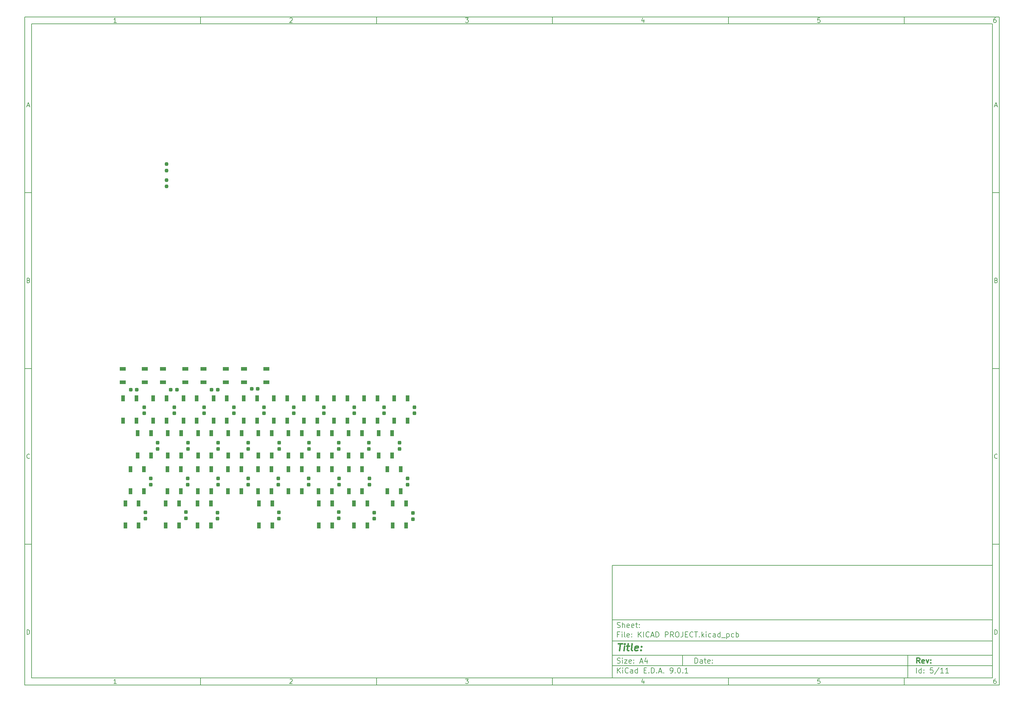
<source format=gbr>
%TF.GenerationSoftware,KiCad,Pcbnew,9.0.1*%
%TF.CreationDate,2025-07-11T00:17:53-07:00*%
%TF.ProjectId,KICAD PROJECT,4b494341-4420-4505-924f-4a4543542e6b,rev?*%
%TF.SameCoordinates,Original*%
%TF.FileFunction,Paste,Top*%
%TF.FilePolarity,Positive*%
%FSLAX46Y46*%
G04 Gerber Fmt 4.6, Leading zero omitted, Abs format (unit mm)*
G04 Created by KiCad (PCBNEW 9.0.1) date 2025-07-11 00:17:53*
%MOMM*%
%LPD*%
G01*
G04 APERTURE LIST*
G04 Aperture macros list*
%AMRoundRect*
0 Rectangle with rounded corners*
0 $1 Rounding radius*
0 $2 $3 $4 $5 $6 $7 $8 $9 X,Y pos of 4 corners*
0 Add a 4 corners polygon primitive as box body*
4,1,4,$2,$3,$4,$5,$6,$7,$8,$9,$2,$3,0*
0 Add four circle primitives for the rounded corners*
1,1,$1+$1,$2,$3*
1,1,$1+$1,$4,$5*
1,1,$1+$1,$6,$7*
1,1,$1+$1,$8,$9*
0 Add four rect primitives between the rounded corners*
20,1,$1+$1,$2,$3,$4,$5,0*
20,1,$1+$1,$4,$5,$6,$7,0*
20,1,$1+$1,$6,$7,$8,$9,0*
20,1,$1+$1,$8,$9,$2,$3,0*%
G04 Aperture macros list end*
%ADD10C,0.100000*%
%ADD11C,0.150000*%
%ADD12C,0.300000*%
%ADD13C,0.400000*%
%ADD14RoundRect,0.237500X-0.237500X0.287500X-0.237500X-0.287500X0.237500X-0.287500X0.237500X0.287500X0*%
%ADD15R,1.000000X1.700000*%
%ADD16RoundRect,0.237500X-0.287500X-0.237500X0.287500X-0.237500X0.287500X0.237500X-0.287500X0.237500X0*%
%ADD17R,1.700000X1.000000*%
%ADD18RoundRect,0.237500X-0.237500X0.250000X-0.237500X-0.250000X0.237500X-0.250000X0.237500X0.250000X0*%
%ADD19RoundRect,0.237500X0.237500X-0.250000X0.237500X0.250000X-0.237500X0.250000X-0.237500X-0.250000X0*%
G04 APERTURE END LIST*
D10*
D11*
X177002200Y-166007200D02*
X285002200Y-166007200D01*
X285002200Y-198007200D01*
X177002200Y-198007200D01*
X177002200Y-166007200D01*
D10*
D11*
X10000000Y-10000000D02*
X287002200Y-10000000D01*
X287002200Y-200007200D01*
X10000000Y-200007200D01*
X10000000Y-10000000D01*
D10*
D11*
X12000000Y-12000000D02*
X285002200Y-12000000D01*
X285002200Y-198007200D01*
X12000000Y-198007200D01*
X12000000Y-12000000D01*
D10*
D11*
X60000000Y-12000000D02*
X60000000Y-10000000D01*
D10*
D11*
X110000000Y-12000000D02*
X110000000Y-10000000D01*
D10*
D11*
X160000000Y-12000000D02*
X160000000Y-10000000D01*
D10*
D11*
X210000000Y-12000000D02*
X210000000Y-10000000D01*
D10*
D11*
X260000000Y-12000000D02*
X260000000Y-10000000D01*
D10*
D11*
X36089160Y-11593604D02*
X35346303Y-11593604D01*
X35717731Y-11593604D02*
X35717731Y-10293604D01*
X35717731Y-10293604D02*
X35593922Y-10479319D01*
X35593922Y-10479319D02*
X35470112Y-10603128D01*
X35470112Y-10603128D02*
X35346303Y-10665033D01*
D10*
D11*
X85346303Y-10417414D02*
X85408207Y-10355509D01*
X85408207Y-10355509D02*
X85532017Y-10293604D01*
X85532017Y-10293604D02*
X85841541Y-10293604D01*
X85841541Y-10293604D02*
X85965350Y-10355509D01*
X85965350Y-10355509D02*
X86027255Y-10417414D01*
X86027255Y-10417414D02*
X86089160Y-10541223D01*
X86089160Y-10541223D02*
X86089160Y-10665033D01*
X86089160Y-10665033D02*
X86027255Y-10850747D01*
X86027255Y-10850747D02*
X85284398Y-11593604D01*
X85284398Y-11593604D02*
X86089160Y-11593604D01*
D10*
D11*
X135284398Y-10293604D02*
X136089160Y-10293604D01*
X136089160Y-10293604D02*
X135655826Y-10788842D01*
X135655826Y-10788842D02*
X135841541Y-10788842D01*
X135841541Y-10788842D02*
X135965350Y-10850747D01*
X135965350Y-10850747D02*
X136027255Y-10912652D01*
X136027255Y-10912652D02*
X136089160Y-11036461D01*
X136089160Y-11036461D02*
X136089160Y-11345985D01*
X136089160Y-11345985D02*
X136027255Y-11469795D01*
X136027255Y-11469795D02*
X135965350Y-11531700D01*
X135965350Y-11531700D02*
X135841541Y-11593604D01*
X135841541Y-11593604D02*
X135470112Y-11593604D01*
X135470112Y-11593604D02*
X135346303Y-11531700D01*
X135346303Y-11531700D02*
X135284398Y-11469795D01*
D10*
D11*
X185965350Y-10726938D02*
X185965350Y-11593604D01*
X185655826Y-10231700D02*
X185346303Y-11160271D01*
X185346303Y-11160271D02*
X186151064Y-11160271D01*
D10*
D11*
X236027255Y-10293604D02*
X235408207Y-10293604D01*
X235408207Y-10293604D02*
X235346303Y-10912652D01*
X235346303Y-10912652D02*
X235408207Y-10850747D01*
X235408207Y-10850747D02*
X235532017Y-10788842D01*
X235532017Y-10788842D02*
X235841541Y-10788842D01*
X235841541Y-10788842D02*
X235965350Y-10850747D01*
X235965350Y-10850747D02*
X236027255Y-10912652D01*
X236027255Y-10912652D02*
X236089160Y-11036461D01*
X236089160Y-11036461D02*
X236089160Y-11345985D01*
X236089160Y-11345985D02*
X236027255Y-11469795D01*
X236027255Y-11469795D02*
X235965350Y-11531700D01*
X235965350Y-11531700D02*
X235841541Y-11593604D01*
X235841541Y-11593604D02*
X235532017Y-11593604D01*
X235532017Y-11593604D02*
X235408207Y-11531700D01*
X235408207Y-11531700D02*
X235346303Y-11469795D01*
D10*
D11*
X285965350Y-10293604D02*
X285717731Y-10293604D01*
X285717731Y-10293604D02*
X285593922Y-10355509D01*
X285593922Y-10355509D02*
X285532017Y-10417414D01*
X285532017Y-10417414D02*
X285408207Y-10603128D01*
X285408207Y-10603128D02*
X285346303Y-10850747D01*
X285346303Y-10850747D02*
X285346303Y-11345985D01*
X285346303Y-11345985D02*
X285408207Y-11469795D01*
X285408207Y-11469795D02*
X285470112Y-11531700D01*
X285470112Y-11531700D02*
X285593922Y-11593604D01*
X285593922Y-11593604D02*
X285841541Y-11593604D01*
X285841541Y-11593604D02*
X285965350Y-11531700D01*
X285965350Y-11531700D02*
X286027255Y-11469795D01*
X286027255Y-11469795D02*
X286089160Y-11345985D01*
X286089160Y-11345985D02*
X286089160Y-11036461D01*
X286089160Y-11036461D02*
X286027255Y-10912652D01*
X286027255Y-10912652D02*
X285965350Y-10850747D01*
X285965350Y-10850747D02*
X285841541Y-10788842D01*
X285841541Y-10788842D02*
X285593922Y-10788842D01*
X285593922Y-10788842D02*
X285470112Y-10850747D01*
X285470112Y-10850747D02*
X285408207Y-10912652D01*
X285408207Y-10912652D02*
X285346303Y-11036461D01*
D10*
D11*
X60000000Y-198007200D02*
X60000000Y-200007200D01*
D10*
D11*
X110000000Y-198007200D02*
X110000000Y-200007200D01*
D10*
D11*
X160000000Y-198007200D02*
X160000000Y-200007200D01*
D10*
D11*
X210000000Y-198007200D02*
X210000000Y-200007200D01*
D10*
D11*
X260000000Y-198007200D02*
X260000000Y-200007200D01*
D10*
D11*
X36089160Y-199600804D02*
X35346303Y-199600804D01*
X35717731Y-199600804D02*
X35717731Y-198300804D01*
X35717731Y-198300804D02*
X35593922Y-198486519D01*
X35593922Y-198486519D02*
X35470112Y-198610328D01*
X35470112Y-198610328D02*
X35346303Y-198672233D01*
D10*
D11*
X85346303Y-198424614D02*
X85408207Y-198362709D01*
X85408207Y-198362709D02*
X85532017Y-198300804D01*
X85532017Y-198300804D02*
X85841541Y-198300804D01*
X85841541Y-198300804D02*
X85965350Y-198362709D01*
X85965350Y-198362709D02*
X86027255Y-198424614D01*
X86027255Y-198424614D02*
X86089160Y-198548423D01*
X86089160Y-198548423D02*
X86089160Y-198672233D01*
X86089160Y-198672233D02*
X86027255Y-198857947D01*
X86027255Y-198857947D02*
X85284398Y-199600804D01*
X85284398Y-199600804D02*
X86089160Y-199600804D01*
D10*
D11*
X135284398Y-198300804D02*
X136089160Y-198300804D01*
X136089160Y-198300804D02*
X135655826Y-198796042D01*
X135655826Y-198796042D02*
X135841541Y-198796042D01*
X135841541Y-198796042D02*
X135965350Y-198857947D01*
X135965350Y-198857947D02*
X136027255Y-198919852D01*
X136027255Y-198919852D02*
X136089160Y-199043661D01*
X136089160Y-199043661D02*
X136089160Y-199353185D01*
X136089160Y-199353185D02*
X136027255Y-199476995D01*
X136027255Y-199476995D02*
X135965350Y-199538900D01*
X135965350Y-199538900D02*
X135841541Y-199600804D01*
X135841541Y-199600804D02*
X135470112Y-199600804D01*
X135470112Y-199600804D02*
X135346303Y-199538900D01*
X135346303Y-199538900D02*
X135284398Y-199476995D01*
D10*
D11*
X185965350Y-198734138D02*
X185965350Y-199600804D01*
X185655826Y-198238900D02*
X185346303Y-199167471D01*
X185346303Y-199167471D02*
X186151064Y-199167471D01*
D10*
D11*
X236027255Y-198300804D02*
X235408207Y-198300804D01*
X235408207Y-198300804D02*
X235346303Y-198919852D01*
X235346303Y-198919852D02*
X235408207Y-198857947D01*
X235408207Y-198857947D02*
X235532017Y-198796042D01*
X235532017Y-198796042D02*
X235841541Y-198796042D01*
X235841541Y-198796042D02*
X235965350Y-198857947D01*
X235965350Y-198857947D02*
X236027255Y-198919852D01*
X236027255Y-198919852D02*
X236089160Y-199043661D01*
X236089160Y-199043661D02*
X236089160Y-199353185D01*
X236089160Y-199353185D02*
X236027255Y-199476995D01*
X236027255Y-199476995D02*
X235965350Y-199538900D01*
X235965350Y-199538900D02*
X235841541Y-199600804D01*
X235841541Y-199600804D02*
X235532017Y-199600804D01*
X235532017Y-199600804D02*
X235408207Y-199538900D01*
X235408207Y-199538900D02*
X235346303Y-199476995D01*
D10*
D11*
X285965350Y-198300804D02*
X285717731Y-198300804D01*
X285717731Y-198300804D02*
X285593922Y-198362709D01*
X285593922Y-198362709D02*
X285532017Y-198424614D01*
X285532017Y-198424614D02*
X285408207Y-198610328D01*
X285408207Y-198610328D02*
X285346303Y-198857947D01*
X285346303Y-198857947D02*
X285346303Y-199353185D01*
X285346303Y-199353185D02*
X285408207Y-199476995D01*
X285408207Y-199476995D02*
X285470112Y-199538900D01*
X285470112Y-199538900D02*
X285593922Y-199600804D01*
X285593922Y-199600804D02*
X285841541Y-199600804D01*
X285841541Y-199600804D02*
X285965350Y-199538900D01*
X285965350Y-199538900D02*
X286027255Y-199476995D01*
X286027255Y-199476995D02*
X286089160Y-199353185D01*
X286089160Y-199353185D02*
X286089160Y-199043661D01*
X286089160Y-199043661D02*
X286027255Y-198919852D01*
X286027255Y-198919852D02*
X285965350Y-198857947D01*
X285965350Y-198857947D02*
X285841541Y-198796042D01*
X285841541Y-198796042D02*
X285593922Y-198796042D01*
X285593922Y-198796042D02*
X285470112Y-198857947D01*
X285470112Y-198857947D02*
X285408207Y-198919852D01*
X285408207Y-198919852D02*
X285346303Y-199043661D01*
D10*
D11*
X10000000Y-60000000D02*
X12000000Y-60000000D01*
D10*
D11*
X10000000Y-110000000D02*
X12000000Y-110000000D01*
D10*
D11*
X10000000Y-160000000D02*
X12000000Y-160000000D01*
D10*
D11*
X10690476Y-35222176D02*
X11309523Y-35222176D01*
X10566666Y-35593604D02*
X10999999Y-34293604D01*
X10999999Y-34293604D02*
X11433333Y-35593604D01*
D10*
D11*
X11092857Y-84912652D02*
X11278571Y-84974557D01*
X11278571Y-84974557D02*
X11340476Y-85036461D01*
X11340476Y-85036461D02*
X11402380Y-85160271D01*
X11402380Y-85160271D02*
X11402380Y-85345985D01*
X11402380Y-85345985D02*
X11340476Y-85469795D01*
X11340476Y-85469795D02*
X11278571Y-85531700D01*
X11278571Y-85531700D02*
X11154761Y-85593604D01*
X11154761Y-85593604D02*
X10659523Y-85593604D01*
X10659523Y-85593604D02*
X10659523Y-84293604D01*
X10659523Y-84293604D02*
X11092857Y-84293604D01*
X11092857Y-84293604D02*
X11216666Y-84355509D01*
X11216666Y-84355509D02*
X11278571Y-84417414D01*
X11278571Y-84417414D02*
X11340476Y-84541223D01*
X11340476Y-84541223D02*
X11340476Y-84665033D01*
X11340476Y-84665033D02*
X11278571Y-84788842D01*
X11278571Y-84788842D02*
X11216666Y-84850747D01*
X11216666Y-84850747D02*
X11092857Y-84912652D01*
X11092857Y-84912652D02*
X10659523Y-84912652D01*
D10*
D11*
X11402380Y-135469795D02*
X11340476Y-135531700D01*
X11340476Y-135531700D02*
X11154761Y-135593604D01*
X11154761Y-135593604D02*
X11030952Y-135593604D01*
X11030952Y-135593604D02*
X10845238Y-135531700D01*
X10845238Y-135531700D02*
X10721428Y-135407890D01*
X10721428Y-135407890D02*
X10659523Y-135284080D01*
X10659523Y-135284080D02*
X10597619Y-135036461D01*
X10597619Y-135036461D02*
X10597619Y-134850747D01*
X10597619Y-134850747D02*
X10659523Y-134603128D01*
X10659523Y-134603128D02*
X10721428Y-134479319D01*
X10721428Y-134479319D02*
X10845238Y-134355509D01*
X10845238Y-134355509D02*
X11030952Y-134293604D01*
X11030952Y-134293604D02*
X11154761Y-134293604D01*
X11154761Y-134293604D02*
X11340476Y-134355509D01*
X11340476Y-134355509D02*
X11402380Y-134417414D01*
D10*
D11*
X10659523Y-185593604D02*
X10659523Y-184293604D01*
X10659523Y-184293604D02*
X10969047Y-184293604D01*
X10969047Y-184293604D02*
X11154761Y-184355509D01*
X11154761Y-184355509D02*
X11278571Y-184479319D01*
X11278571Y-184479319D02*
X11340476Y-184603128D01*
X11340476Y-184603128D02*
X11402380Y-184850747D01*
X11402380Y-184850747D02*
X11402380Y-185036461D01*
X11402380Y-185036461D02*
X11340476Y-185284080D01*
X11340476Y-185284080D02*
X11278571Y-185407890D01*
X11278571Y-185407890D02*
X11154761Y-185531700D01*
X11154761Y-185531700D02*
X10969047Y-185593604D01*
X10969047Y-185593604D02*
X10659523Y-185593604D01*
D10*
D11*
X287002200Y-60000000D02*
X285002200Y-60000000D01*
D10*
D11*
X287002200Y-110000000D02*
X285002200Y-110000000D01*
D10*
D11*
X287002200Y-160000000D02*
X285002200Y-160000000D01*
D10*
D11*
X285692676Y-35222176D02*
X286311723Y-35222176D01*
X285568866Y-35593604D02*
X286002199Y-34293604D01*
X286002199Y-34293604D02*
X286435533Y-35593604D01*
D10*
D11*
X286095057Y-84912652D02*
X286280771Y-84974557D01*
X286280771Y-84974557D02*
X286342676Y-85036461D01*
X286342676Y-85036461D02*
X286404580Y-85160271D01*
X286404580Y-85160271D02*
X286404580Y-85345985D01*
X286404580Y-85345985D02*
X286342676Y-85469795D01*
X286342676Y-85469795D02*
X286280771Y-85531700D01*
X286280771Y-85531700D02*
X286156961Y-85593604D01*
X286156961Y-85593604D02*
X285661723Y-85593604D01*
X285661723Y-85593604D02*
X285661723Y-84293604D01*
X285661723Y-84293604D02*
X286095057Y-84293604D01*
X286095057Y-84293604D02*
X286218866Y-84355509D01*
X286218866Y-84355509D02*
X286280771Y-84417414D01*
X286280771Y-84417414D02*
X286342676Y-84541223D01*
X286342676Y-84541223D02*
X286342676Y-84665033D01*
X286342676Y-84665033D02*
X286280771Y-84788842D01*
X286280771Y-84788842D02*
X286218866Y-84850747D01*
X286218866Y-84850747D02*
X286095057Y-84912652D01*
X286095057Y-84912652D02*
X285661723Y-84912652D01*
D10*
D11*
X286404580Y-135469795D02*
X286342676Y-135531700D01*
X286342676Y-135531700D02*
X286156961Y-135593604D01*
X286156961Y-135593604D02*
X286033152Y-135593604D01*
X286033152Y-135593604D02*
X285847438Y-135531700D01*
X285847438Y-135531700D02*
X285723628Y-135407890D01*
X285723628Y-135407890D02*
X285661723Y-135284080D01*
X285661723Y-135284080D02*
X285599819Y-135036461D01*
X285599819Y-135036461D02*
X285599819Y-134850747D01*
X285599819Y-134850747D02*
X285661723Y-134603128D01*
X285661723Y-134603128D02*
X285723628Y-134479319D01*
X285723628Y-134479319D02*
X285847438Y-134355509D01*
X285847438Y-134355509D02*
X286033152Y-134293604D01*
X286033152Y-134293604D02*
X286156961Y-134293604D01*
X286156961Y-134293604D02*
X286342676Y-134355509D01*
X286342676Y-134355509D02*
X286404580Y-134417414D01*
D10*
D11*
X285661723Y-185593604D02*
X285661723Y-184293604D01*
X285661723Y-184293604D02*
X285971247Y-184293604D01*
X285971247Y-184293604D02*
X286156961Y-184355509D01*
X286156961Y-184355509D02*
X286280771Y-184479319D01*
X286280771Y-184479319D02*
X286342676Y-184603128D01*
X286342676Y-184603128D02*
X286404580Y-184850747D01*
X286404580Y-184850747D02*
X286404580Y-185036461D01*
X286404580Y-185036461D02*
X286342676Y-185284080D01*
X286342676Y-185284080D02*
X286280771Y-185407890D01*
X286280771Y-185407890D02*
X286156961Y-185531700D01*
X286156961Y-185531700D02*
X285971247Y-185593604D01*
X285971247Y-185593604D02*
X285661723Y-185593604D01*
D10*
D11*
X200458026Y-193793328D02*
X200458026Y-192293328D01*
X200458026Y-192293328D02*
X200815169Y-192293328D01*
X200815169Y-192293328D02*
X201029455Y-192364757D01*
X201029455Y-192364757D02*
X201172312Y-192507614D01*
X201172312Y-192507614D02*
X201243741Y-192650471D01*
X201243741Y-192650471D02*
X201315169Y-192936185D01*
X201315169Y-192936185D02*
X201315169Y-193150471D01*
X201315169Y-193150471D02*
X201243741Y-193436185D01*
X201243741Y-193436185D02*
X201172312Y-193579042D01*
X201172312Y-193579042D02*
X201029455Y-193721900D01*
X201029455Y-193721900D02*
X200815169Y-193793328D01*
X200815169Y-193793328D02*
X200458026Y-193793328D01*
X202600884Y-193793328D02*
X202600884Y-193007614D01*
X202600884Y-193007614D02*
X202529455Y-192864757D01*
X202529455Y-192864757D02*
X202386598Y-192793328D01*
X202386598Y-192793328D02*
X202100884Y-192793328D01*
X202100884Y-192793328D02*
X201958026Y-192864757D01*
X202600884Y-193721900D02*
X202458026Y-193793328D01*
X202458026Y-193793328D02*
X202100884Y-193793328D01*
X202100884Y-193793328D02*
X201958026Y-193721900D01*
X201958026Y-193721900D02*
X201886598Y-193579042D01*
X201886598Y-193579042D02*
X201886598Y-193436185D01*
X201886598Y-193436185D02*
X201958026Y-193293328D01*
X201958026Y-193293328D02*
X202100884Y-193221900D01*
X202100884Y-193221900D02*
X202458026Y-193221900D01*
X202458026Y-193221900D02*
X202600884Y-193150471D01*
X203100884Y-192793328D02*
X203672312Y-192793328D01*
X203315169Y-192293328D02*
X203315169Y-193579042D01*
X203315169Y-193579042D02*
X203386598Y-193721900D01*
X203386598Y-193721900D02*
X203529455Y-193793328D01*
X203529455Y-193793328D02*
X203672312Y-193793328D01*
X204743741Y-193721900D02*
X204600884Y-193793328D01*
X204600884Y-193793328D02*
X204315170Y-193793328D01*
X204315170Y-193793328D02*
X204172312Y-193721900D01*
X204172312Y-193721900D02*
X204100884Y-193579042D01*
X204100884Y-193579042D02*
X204100884Y-193007614D01*
X204100884Y-193007614D02*
X204172312Y-192864757D01*
X204172312Y-192864757D02*
X204315170Y-192793328D01*
X204315170Y-192793328D02*
X204600884Y-192793328D01*
X204600884Y-192793328D02*
X204743741Y-192864757D01*
X204743741Y-192864757D02*
X204815170Y-193007614D01*
X204815170Y-193007614D02*
X204815170Y-193150471D01*
X204815170Y-193150471D02*
X204100884Y-193293328D01*
X205458026Y-193650471D02*
X205529455Y-193721900D01*
X205529455Y-193721900D02*
X205458026Y-193793328D01*
X205458026Y-193793328D02*
X205386598Y-193721900D01*
X205386598Y-193721900D02*
X205458026Y-193650471D01*
X205458026Y-193650471D02*
X205458026Y-193793328D01*
X205458026Y-192864757D02*
X205529455Y-192936185D01*
X205529455Y-192936185D02*
X205458026Y-193007614D01*
X205458026Y-193007614D02*
X205386598Y-192936185D01*
X205386598Y-192936185D02*
X205458026Y-192864757D01*
X205458026Y-192864757D02*
X205458026Y-193007614D01*
D10*
D11*
X177002200Y-194507200D02*
X285002200Y-194507200D01*
D10*
D11*
X178458026Y-196593328D02*
X178458026Y-195093328D01*
X179315169Y-196593328D02*
X178672312Y-195736185D01*
X179315169Y-195093328D02*
X178458026Y-195950471D01*
X179958026Y-196593328D02*
X179958026Y-195593328D01*
X179958026Y-195093328D02*
X179886598Y-195164757D01*
X179886598Y-195164757D02*
X179958026Y-195236185D01*
X179958026Y-195236185D02*
X180029455Y-195164757D01*
X180029455Y-195164757D02*
X179958026Y-195093328D01*
X179958026Y-195093328D02*
X179958026Y-195236185D01*
X181529455Y-196450471D02*
X181458027Y-196521900D01*
X181458027Y-196521900D02*
X181243741Y-196593328D01*
X181243741Y-196593328D02*
X181100884Y-196593328D01*
X181100884Y-196593328D02*
X180886598Y-196521900D01*
X180886598Y-196521900D02*
X180743741Y-196379042D01*
X180743741Y-196379042D02*
X180672312Y-196236185D01*
X180672312Y-196236185D02*
X180600884Y-195950471D01*
X180600884Y-195950471D02*
X180600884Y-195736185D01*
X180600884Y-195736185D02*
X180672312Y-195450471D01*
X180672312Y-195450471D02*
X180743741Y-195307614D01*
X180743741Y-195307614D02*
X180886598Y-195164757D01*
X180886598Y-195164757D02*
X181100884Y-195093328D01*
X181100884Y-195093328D02*
X181243741Y-195093328D01*
X181243741Y-195093328D02*
X181458027Y-195164757D01*
X181458027Y-195164757D02*
X181529455Y-195236185D01*
X182815170Y-196593328D02*
X182815170Y-195807614D01*
X182815170Y-195807614D02*
X182743741Y-195664757D01*
X182743741Y-195664757D02*
X182600884Y-195593328D01*
X182600884Y-195593328D02*
X182315170Y-195593328D01*
X182315170Y-195593328D02*
X182172312Y-195664757D01*
X182815170Y-196521900D02*
X182672312Y-196593328D01*
X182672312Y-196593328D02*
X182315170Y-196593328D01*
X182315170Y-196593328D02*
X182172312Y-196521900D01*
X182172312Y-196521900D02*
X182100884Y-196379042D01*
X182100884Y-196379042D02*
X182100884Y-196236185D01*
X182100884Y-196236185D02*
X182172312Y-196093328D01*
X182172312Y-196093328D02*
X182315170Y-196021900D01*
X182315170Y-196021900D02*
X182672312Y-196021900D01*
X182672312Y-196021900D02*
X182815170Y-195950471D01*
X184172313Y-196593328D02*
X184172313Y-195093328D01*
X184172313Y-196521900D02*
X184029455Y-196593328D01*
X184029455Y-196593328D02*
X183743741Y-196593328D01*
X183743741Y-196593328D02*
X183600884Y-196521900D01*
X183600884Y-196521900D02*
X183529455Y-196450471D01*
X183529455Y-196450471D02*
X183458027Y-196307614D01*
X183458027Y-196307614D02*
X183458027Y-195879042D01*
X183458027Y-195879042D02*
X183529455Y-195736185D01*
X183529455Y-195736185D02*
X183600884Y-195664757D01*
X183600884Y-195664757D02*
X183743741Y-195593328D01*
X183743741Y-195593328D02*
X184029455Y-195593328D01*
X184029455Y-195593328D02*
X184172313Y-195664757D01*
X186029455Y-195807614D02*
X186529455Y-195807614D01*
X186743741Y-196593328D02*
X186029455Y-196593328D01*
X186029455Y-196593328D02*
X186029455Y-195093328D01*
X186029455Y-195093328D02*
X186743741Y-195093328D01*
X187386598Y-196450471D02*
X187458027Y-196521900D01*
X187458027Y-196521900D02*
X187386598Y-196593328D01*
X187386598Y-196593328D02*
X187315170Y-196521900D01*
X187315170Y-196521900D02*
X187386598Y-196450471D01*
X187386598Y-196450471D02*
X187386598Y-196593328D01*
X188100884Y-196593328D02*
X188100884Y-195093328D01*
X188100884Y-195093328D02*
X188458027Y-195093328D01*
X188458027Y-195093328D02*
X188672313Y-195164757D01*
X188672313Y-195164757D02*
X188815170Y-195307614D01*
X188815170Y-195307614D02*
X188886599Y-195450471D01*
X188886599Y-195450471D02*
X188958027Y-195736185D01*
X188958027Y-195736185D02*
X188958027Y-195950471D01*
X188958027Y-195950471D02*
X188886599Y-196236185D01*
X188886599Y-196236185D02*
X188815170Y-196379042D01*
X188815170Y-196379042D02*
X188672313Y-196521900D01*
X188672313Y-196521900D02*
X188458027Y-196593328D01*
X188458027Y-196593328D02*
X188100884Y-196593328D01*
X189600884Y-196450471D02*
X189672313Y-196521900D01*
X189672313Y-196521900D02*
X189600884Y-196593328D01*
X189600884Y-196593328D02*
X189529456Y-196521900D01*
X189529456Y-196521900D02*
X189600884Y-196450471D01*
X189600884Y-196450471D02*
X189600884Y-196593328D01*
X190243742Y-196164757D02*
X190958028Y-196164757D01*
X190100885Y-196593328D02*
X190600885Y-195093328D01*
X190600885Y-195093328D02*
X191100885Y-196593328D01*
X191600884Y-196450471D02*
X191672313Y-196521900D01*
X191672313Y-196521900D02*
X191600884Y-196593328D01*
X191600884Y-196593328D02*
X191529456Y-196521900D01*
X191529456Y-196521900D02*
X191600884Y-196450471D01*
X191600884Y-196450471D02*
X191600884Y-196593328D01*
X193529456Y-196593328D02*
X193815170Y-196593328D01*
X193815170Y-196593328D02*
X193958027Y-196521900D01*
X193958027Y-196521900D02*
X194029456Y-196450471D01*
X194029456Y-196450471D02*
X194172313Y-196236185D01*
X194172313Y-196236185D02*
X194243742Y-195950471D01*
X194243742Y-195950471D02*
X194243742Y-195379042D01*
X194243742Y-195379042D02*
X194172313Y-195236185D01*
X194172313Y-195236185D02*
X194100885Y-195164757D01*
X194100885Y-195164757D02*
X193958027Y-195093328D01*
X193958027Y-195093328D02*
X193672313Y-195093328D01*
X193672313Y-195093328D02*
X193529456Y-195164757D01*
X193529456Y-195164757D02*
X193458027Y-195236185D01*
X193458027Y-195236185D02*
X193386599Y-195379042D01*
X193386599Y-195379042D02*
X193386599Y-195736185D01*
X193386599Y-195736185D02*
X193458027Y-195879042D01*
X193458027Y-195879042D02*
X193529456Y-195950471D01*
X193529456Y-195950471D02*
X193672313Y-196021900D01*
X193672313Y-196021900D02*
X193958027Y-196021900D01*
X193958027Y-196021900D02*
X194100885Y-195950471D01*
X194100885Y-195950471D02*
X194172313Y-195879042D01*
X194172313Y-195879042D02*
X194243742Y-195736185D01*
X194886598Y-196450471D02*
X194958027Y-196521900D01*
X194958027Y-196521900D02*
X194886598Y-196593328D01*
X194886598Y-196593328D02*
X194815170Y-196521900D01*
X194815170Y-196521900D02*
X194886598Y-196450471D01*
X194886598Y-196450471D02*
X194886598Y-196593328D01*
X195886599Y-195093328D02*
X196029456Y-195093328D01*
X196029456Y-195093328D02*
X196172313Y-195164757D01*
X196172313Y-195164757D02*
X196243742Y-195236185D01*
X196243742Y-195236185D02*
X196315170Y-195379042D01*
X196315170Y-195379042D02*
X196386599Y-195664757D01*
X196386599Y-195664757D02*
X196386599Y-196021900D01*
X196386599Y-196021900D02*
X196315170Y-196307614D01*
X196315170Y-196307614D02*
X196243742Y-196450471D01*
X196243742Y-196450471D02*
X196172313Y-196521900D01*
X196172313Y-196521900D02*
X196029456Y-196593328D01*
X196029456Y-196593328D02*
X195886599Y-196593328D01*
X195886599Y-196593328D02*
X195743742Y-196521900D01*
X195743742Y-196521900D02*
X195672313Y-196450471D01*
X195672313Y-196450471D02*
X195600884Y-196307614D01*
X195600884Y-196307614D02*
X195529456Y-196021900D01*
X195529456Y-196021900D02*
X195529456Y-195664757D01*
X195529456Y-195664757D02*
X195600884Y-195379042D01*
X195600884Y-195379042D02*
X195672313Y-195236185D01*
X195672313Y-195236185D02*
X195743742Y-195164757D01*
X195743742Y-195164757D02*
X195886599Y-195093328D01*
X197029455Y-196450471D02*
X197100884Y-196521900D01*
X197100884Y-196521900D02*
X197029455Y-196593328D01*
X197029455Y-196593328D02*
X196958027Y-196521900D01*
X196958027Y-196521900D02*
X197029455Y-196450471D01*
X197029455Y-196450471D02*
X197029455Y-196593328D01*
X198529456Y-196593328D02*
X197672313Y-196593328D01*
X198100884Y-196593328D02*
X198100884Y-195093328D01*
X198100884Y-195093328D02*
X197958027Y-195307614D01*
X197958027Y-195307614D02*
X197815170Y-195450471D01*
X197815170Y-195450471D02*
X197672313Y-195521900D01*
D10*
D11*
X177002200Y-191507200D02*
X285002200Y-191507200D01*
D10*
D12*
X264413853Y-193785528D02*
X263913853Y-193071242D01*
X263556710Y-193785528D02*
X263556710Y-192285528D01*
X263556710Y-192285528D02*
X264128139Y-192285528D01*
X264128139Y-192285528D02*
X264270996Y-192356957D01*
X264270996Y-192356957D02*
X264342425Y-192428385D01*
X264342425Y-192428385D02*
X264413853Y-192571242D01*
X264413853Y-192571242D02*
X264413853Y-192785528D01*
X264413853Y-192785528D02*
X264342425Y-192928385D01*
X264342425Y-192928385D02*
X264270996Y-192999814D01*
X264270996Y-192999814D02*
X264128139Y-193071242D01*
X264128139Y-193071242D02*
X263556710Y-193071242D01*
X265628139Y-193714100D02*
X265485282Y-193785528D01*
X265485282Y-193785528D02*
X265199568Y-193785528D01*
X265199568Y-193785528D02*
X265056710Y-193714100D01*
X265056710Y-193714100D02*
X264985282Y-193571242D01*
X264985282Y-193571242D02*
X264985282Y-192999814D01*
X264985282Y-192999814D02*
X265056710Y-192856957D01*
X265056710Y-192856957D02*
X265199568Y-192785528D01*
X265199568Y-192785528D02*
X265485282Y-192785528D01*
X265485282Y-192785528D02*
X265628139Y-192856957D01*
X265628139Y-192856957D02*
X265699568Y-192999814D01*
X265699568Y-192999814D02*
X265699568Y-193142671D01*
X265699568Y-193142671D02*
X264985282Y-193285528D01*
X266199567Y-192785528D02*
X266556710Y-193785528D01*
X266556710Y-193785528D02*
X266913853Y-192785528D01*
X267485281Y-193642671D02*
X267556710Y-193714100D01*
X267556710Y-193714100D02*
X267485281Y-193785528D01*
X267485281Y-193785528D02*
X267413853Y-193714100D01*
X267413853Y-193714100D02*
X267485281Y-193642671D01*
X267485281Y-193642671D02*
X267485281Y-193785528D01*
X267485281Y-192856957D02*
X267556710Y-192928385D01*
X267556710Y-192928385D02*
X267485281Y-192999814D01*
X267485281Y-192999814D02*
X267413853Y-192928385D01*
X267413853Y-192928385D02*
X267485281Y-192856957D01*
X267485281Y-192856957D02*
X267485281Y-192999814D01*
D10*
D11*
X178386598Y-193721900D02*
X178600884Y-193793328D01*
X178600884Y-193793328D02*
X178958026Y-193793328D01*
X178958026Y-193793328D02*
X179100884Y-193721900D01*
X179100884Y-193721900D02*
X179172312Y-193650471D01*
X179172312Y-193650471D02*
X179243741Y-193507614D01*
X179243741Y-193507614D02*
X179243741Y-193364757D01*
X179243741Y-193364757D02*
X179172312Y-193221900D01*
X179172312Y-193221900D02*
X179100884Y-193150471D01*
X179100884Y-193150471D02*
X178958026Y-193079042D01*
X178958026Y-193079042D02*
X178672312Y-193007614D01*
X178672312Y-193007614D02*
X178529455Y-192936185D01*
X178529455Y-192936185D02*
X178458026Y-192864757D01*
X178458026Y-192864757D02*
X178386598Y-192721900D01*
X178386598Y-192721900D02*
X178386598Y-192579042D01*
X178386598Y-192579042D02*
X178458026Y-192436185D01*
X178458026Y-192436185D02*
X178529455Y-192364757D01*
X178529455Y-192364757D02*
X178672312Y-192293328D01*
X178672312Y-192293328D02*
X179029455Y-192293328D01*
X179029455Y-192293328D02*
X179243741Y-192364757D01*
X179886597Y-193793328D02*
X179886597Y-192793328D01*
X179886597Y-192293328D02*
X179815169Y-192364757D01*
X179815169Y-192364757D02*
X179886597Y-192436185D01*
X179886597Y-192436185D02*
X179958026Y-192364757D01*
X179958026Y-192364757D02*
X179886597Y-192293328D01*
X179886597Y-192293328D02*
X179886597Y-192436185D01*
X180458026Y-192793328D02*
X181243741Y-192793328D01*
X181243741Y-192793328D02*
X180458026Y-193793328D01*
X180458026Y-193793328D02*
X181243741Y-193793328D01*
X182386598Y-193721900D02*
X182243741Y-193793328D01*
X182243741Y-193793328D02*
X181958027Y-193793328D01*
X181958027Y-193793328D02*
X181815169Y-193721900D01*
X181815169Y-193721900D02*
X181743741Y-193579042D01*
X181743741Y-193579042D02*
X181743741Y-193007614D01*
X181743741Y-193007614D02*
X181815169Y-192864757D01*
X181815169Y-192864757D02*
X181958027Y-192793328D01*
X181958027Y-192793328D02*
X182243741Y-192793328D01*
X182243741Y-192793328D02*
X182386598Y-192864757D01*
X182386598Y-192864757D02*
X182458027Y-193007614D01*
X182458027Y-193007614D02*
X182458027Y-193150471D01*
X182458027Y-193150471D02*
X181743741Y-193293328D01*
X183100883Y-193650471D02*
X183172312Y-193721900D01*
X183172312Y-193721900D02*
X183100883Y-193793328D01*
X183100883Y-193793328D02*
X183029455Y-193721900D01*
X183029455Y-193721900D02*
X183100883Y-193650471D01*
X183100883Y-193650471D02*
X183100883Y-193793328D01*
X183100883Y-192864757D02*
X183172312Y-192936185D01*
X183172312Y-192936185D02*
X183100883Y-193007614D01*
X183100883Y-193007614D02*
X183029455Y-192936185D01*
X183029455Y-192936185D02*
X183100883Y-192864757D01*
X183100883Y-192864757D02*
X183100883Y-193007614D01*
X184886598Y-193364757D02*
X185600884Y-193364757D01*
X184743741Y-193793328D02*
X185243741Y-192293328D01*
X185243741Y-192293328D02*
X185743741Y-193793328D01*
X186886598Y-192793328D02*
X186886598Y-193793328D01*
X186529455Y-192221900D02*
X186172312Y-193293328D01*
X186172312Y-193293328D02*
X187100883Y-193293328D01*
D10*
D11*
X263458026Y-196593328D02*
X263458026Y-195093328D01*
X264815170Y-196593328D02*
X264815170Y-195093328D01*
X264815170Y-196521900D02*
X264672312Y-196593328D01*
X264672312Y-196593328D02*
X264386598Y-196593328D01*
X264386598Y-196593328D02*
X264243741Y-196521900D01*
X264243741Y-196521900D02*
X264172312Y-196450471D01*
X264172312Y-196450471D02*
X264100884Y-196307614D01*
X264100884Y-196307614D02*
X264100884Y-195879042D01*
X264100884Y-195879042D02*
X264172312Y-195736185D01*
X264172312Y-195736185D02*
X264243741Y-195664757D01*
X264243741Y-195664757D02*
X264386598Y-195593328D01*
X264386598Y-195593328D02*
X264672312Y-195593328D01*
X264672312Y-195593328D02*
X264815170Y-195664757D01*
X265529455Y-196450471D02*
X265600884Y-196521900D01*
X265600884Y-196521900D02*
X265529455Y-196593328D01*
X265529455Y-196593328D02*
X265458027Y-196521900D01*
X265458027Y-196521900D02*
X265529455Y-196450471D01*
X265529455Y-196450471D02*
X265529455Y-196593328D01*
X265529455Y-195664757D02*
X265600884Y-195736185D01*
X265600884Y-195736185D02*
X265529455Y-195807614D01*
X265529455Y-195807614D02*
X265458027Y-195736185D01*
X265458027Y-195736185D02*
X265529455Y-195664757D01*
X265529455Y-195664757D02*
X265529455Y-195807614D01*
X268100884Y-195093328D02*
X267386598Y-195093328D01*
X267386598Y-195093328D02*
X267315170Y-195807614D01*
X267315170Y-195807614D02*
X267386598Y-195736185D01*
X267386598Y-195736185D02*
X267529456Y-195664757D01*
X267529456Y-195664757D02*
X267886598Y-195664757D01*
X267886598Y-195664757D02*
X268029456Y-195736185D01*
X268029456Y-195736185D02*
X268100884Y-195807614D01*
X268100884Y-195807614D02*
X268172313Y-195950471D01*
X268172313Y-195950471D02*
X268172313Y-196307614D01*
X268172313Y-196307614D02*
X268100884Y-196450471D01*
X268100884Y-196450471D02*
X268029456Y-196521900D01*
X268029456Y-196521900D02*
X267886598Y-196593328D01*
X267886598Y-196593328D02*
X267529456Y-196593328D01*
X267529456Y-196593328D02*
X267386598Y-196521900D01*
X267386598Y-196521900D02*
X267315170Y-196450471D01*
X269886598Y-195021900D02*
X268600884Y-196950471D01*
X271172313Y-196593328D02*
X270315170Y-196593328D01*
X270743741Y-196593328D02*
X270743741Y-195093328D01*
X270743741Y-195093328D02*
X270600884Y-195307614D01*
X270600884Y-195307614D02*
X270458027Y-195450471D01*
X270458027Y-195450471D02*
X270315170Y-195521900D01*
X272600884Y-196593328D02*
X271743741Y-196593328D01*
X272172312Y-196593328D02*
X272172312Y-195093328D01*
X272172312Y-195093328D02*
X272029455Y-195307614D01*
X272029455Y-195307614D02*
X271886598Y-195450471D01*
X271886598Y-195450471D02*
X271743741Y-195521900D01*
D10*
D11*
X177002200Y-187507200D02*
X285002200Y-187507200D01*
D10*
D13*
X178693928Y-188211638D02*
X179836785Y-188211638D01*
X179015357Y-190211638D02*
X179265357Y-188211638D01*
X180253452Y-190211638D02*
X180420119Y-188878304D01*
X180503452Y-188211638D02*
X180396309Y-188306876D01*
X180396309Y-188306876D02*
X180479643Y-188402114D01*
X180479643Y-188402114D02*
X180586786Y-188306876D01*
X180586786Y-188306876D02*
X180503452Y-188211638D01*
X180503452Y-188211638D02*
X180479643Y-188402114D01*
X181086786Y-188878304D02*
X181848690Y-188878304D01*
X181455833Y-188211638D02*
X181241548Y-189925923D01*
X181241548Y-189925923D02*
X181312976Y-190116400D01*
X181312976Y-190116400D02*
X181491548Y-190211638D01*
X181491548Y-190211638D02*
X181682024Y-190211638D01*
X182634405Y-190211638D02*
X182455833Y-190116400D01*
X182455833Y-190116400D02*
X182384405Y-189925923D01*
X182384405Y-189925923D02*
X182598690Y-188211638D01*
X184170119Y-190116400D02*
X183967738Y-190211638D01*
X183967738Y-190211638D02*
X183586785Y-190211638D01*
X183586785Y-190211638D02*
X183408214Y-190116400D01*
X183408214Y-190116400D02*
X183336785Y-189925923D01*
X183336785Y-189925923D02*
X183432024Y-189164019D01*
X183432024Y-189164019D02*
X183551071Y-188973542D01*
X183551071Y-188973542D02*
X183753452Y-188878304D01*
X183753452Y-188878304D02*
X184134404Y-188878304D01*
X184134404Y-188878304D02*
X184312976Y-188973542D01*
X184312976Y-188973542D02*
X184384404Y-189164019D01*
X184384404Y-189164019D02*
X184360595Y-189354495D01*
X184360595Y-189354495D02*
X183384404Y-189544971D01*
X185134405Y-190021161D02*
X185217738Y-190116400D01*
X185217738Y-190116400D02*
X185110595Y-190211638D01*
X185110595Y-190211638D02*
X185027262Y-190116400D01*
X185027262Y-190116400D02*
X185134405Y-190021161D01*
X185134405Y-190021161D02*
X185110595Y-190211638D01*
X185265357Y-188973542D02*
X185348690Y-189068780D01*
X185348690Y-189068780D02*
X185241548Y-189164019D01*
X185241548Y-189164019D02*
X185158214Y-189068780D01*
X185158214Y-189068780D02*
X185265357Y-188973542D01*
X185265357Y-188973542D02*
X185241548Y-189164019D01*
D10*
D11*
X178958026Y-185607614D02*
X178458026Y-185607614D01*
X178458026Y-186393328D02*
X178458026Y-184893328D01*
X178458026Y-184893328D02*
X179172312Y-184893328D01*
X179743740Y-186393328D02*
X179743740Y-185393328D01*
X179743740Y-184893328D02*
X179672312Y-184964757D01*
X179672312Y-184964757D02*
X179743740Y-185036185D01*
X179743740Y-185036185D02*
X179815169Y-184964757D01*
X179815169Y-184964757D02*
X179743740Y-184893328D01*
X179743740Y-184893328D02*
X179743740Y-185036185D01*
X180672312Y-186393328D02*
X180529455Y-186321900D01*
X180529455Y-186321900D02*
X180458026Y-186179042D01*
X180458026Y-186179042D02*
X180458026Y-184893328D01*
X181815169Y-186321900D02*
X181672312Y-186393328D01*
X181672312Y-186393328D02*
X181386598Y-186393328D01*
X181386598Y-186393328D02*
X181243740Y-186321900D01*
X181243740Y-186321900D02*
X181172312Y-186179042D01*
X181172312Y-186179042D02*
X181172312Y-185607614D01*
X181172312Y-185607614D02*
X181243740Y-185464757D01*
X181243740Y-185464757D02*
X181386598Y-185393328D01*
X181386598Y-185393328D02*
X181672312Y-185393328D01*
X181672312Y-185393328D02*
X181815169Y-185464757D01*
X181815169Y-185464757D02*
X181886598Y-185607614D01*
X181886598Y-185607614D02*
X181886598Y-185750471D01*
X181886598Y-185750471D02*
X181172312Y-185893328D01*
X182529454Y-186250471D02*
X182600883Y-186321900D01*
X182600883Y-186321900D02*
X182529454Y-186393328D01*
X182529454Y-186393328D02*
X182458026Y-186321900D01*
X182458026Y-186321900D02*
X182529454Y-186250471D01*
X182529454Y-186250471D02*
X182529454Y-186393328D01*
X182529454Y-185464757D02*
X182600883Y-185536185D01*
X182600883Y-185536185D02*
X182529454Y-185607614D01*
X182529454Y-185607614D02*
X182458026Y-185536185D01*
X182458026Y-185536185D02*
X182529454Y-185464757D01*
X182529454Y-185464757D02*
X182529454Y-185607614D01*
X184386597Y-186393328D02*
X184386597Y-184893328D01*
X185243740Y-186393328D02*
X184600883Y-185536185D01*
X185243740Y-184893328D02*
X184386597Y-185750471D01*
X185886597Y-186393328D02*
X185886597Y-184893328D01*
X187458026Y-186250471D02*
X187386598Y-186321900D01*
X187386598Y-186321900D02*
X187172312Y-186393328D01*
X187172312Y-186393328D02*
X187029455Y-186393328D01*
X187029455Y-186393328D02*
X186815169Y-186321900D01*
X186815169Y-186321900D02*
X186672312Y-186179042D01*
X186672312Y-186179042D02*
X186600883Y-186036185D01*
X186600883Y-186036185D02*
X186529455Y-185750471D01*
X186529455Y-185750471D02*
X186529455Y-185536185D01*
X186529455Y-185536185D02*
X186600883Y-185250471D01*
X186600883Y-185250471D02*
X186672312Y-185107614D01*
X186672312Y-185107614D02*
X186815169Y-184964757D01*
X186815169Y-184964757D02*
X187029455Y-184893328D01*
X187029455Y-184893328D02*
X187172312Y-184893328D01*
X187172312Y-184893328D02*
X187386598Y-184964757D01*
X187386598Y-184964757D02*
X187458026Y-185036185D01*
X188029455Y-185964757D02*
X188743741Y-185964757D01*
X187886598Y-186393328D02*
X188386598Y-184893328D01*
X188386598Y-184893328D02*
X188886598Y-186393328D01*
X189386597Y-186393328D02*
X189386597Y-184893328D01*
X189386597Y-184893328D02*
X189743740Y-184893328D01*
X189743740Y-184893328D02*
X189958026Y-184964757D01*
X189958026Y-184964757D02*
X190100883Y-185107614D01*
X190100883Y-185107614D02*
X190172312Y-185250471D01*
X190172312Y-185250471D02*
X190243740Y-185536185D01*
X190243740Y-185536185D02*
X190243740Y-185750471D01*
X190243740Y-185750471D02*
X190172312Y-186036185D01*
X190172312Y-186036185D02*
X190100883Y-186179042D01*
X190100883Y-186179042D02*
X189958026Y-186321900D01*
X189958026Y-186321900D02*
X189743740Y-186393328D01*
X189743740Y-186393328D02*
X189386597Y-186393328D01*
X192029454Y-186393328D02*
X192029454Y-184893328D01*
X192029454Y-184893328D02*
X192600883Y-184893328D01*
X192600883Y-184893328D02*
X192743740Y-184964757D01*
X192743740Y-184964757D02*
X192815169Y-185036185D01*
X192815169Y-185036185D02*
X192886597Y-185179042D01*
X192886597Y-185179042D02*
X192886597Y-185393328D01*
X192886597Y-185393328D02*
X192815169Y-185536185D01*
X192815169Y-185536185D02*
X192743740Y-185607614D01*
X192743740Y-185607614D02*
X192600883Y-185679042D01*
X192600883Y-185679042D02*
X192029454Y-185679042D01*
X194386597Y-186393328D02*
X193886597Y-185679042D01*
X193529454Y-186393328D02*
X193529454Y-184893328D01*
X193529454Y-184893328D02*
X194100883Y-184893328D01*
X194100883Y-184893328D02*
X194243740Y-184964757D01*
X194243740Y-184964757D02*
X194315169Y-185036185D01*
X194315169Y-185036185D02*
X194386597Y-185179042D01*
X194386597Y-185179042D02*
X194386597Y-185393328D01*
X194386597Y-185393328D02*
X194315169Y-185536185D01*
X194315169Y-185536185D02*
X194243740Y-185607614D01*
X194243740Y-185607614D02*
X194100883Y-185679042D01*
X194100883Y-185679042D02*
X193529454Y-185679042D01*
X195315169Y-184893328D02*
X195600883Y-184893328D01*
X195600883Y-184893328D02*
X195743740Y-184964757D01*
X195743740Y-184964757D02*
X195886597Y-185107614D01*
X195886597Y-185107614D02*
X195958026Y-185393328D01*
X195958026Y-185393328D02*
X195958026Y-185893328D01*
X195958026Y-185893328D02*
X195886597Y-186179042D01*
X195886597Y-186179042D02*
X195743740Y-186321900D01*
X195743740Y-186321900D02*
X195600883Y-186393328D01*
X195600883Y-186393328D02*
X195315169Y-186393328D01*
X195315169Y-186393328D02*
X195172312Y-186321900D01*
X195172312Y-186321900D02*
X195029454Y-186179042D01*
X195029454Y-186179042D02*
X194958026Y-185893328D01*
X194958026Y-185893328D02*
X194958026Y-185393328D01*
X194958026Y-185393328D02*
X195029454Y-185107614D01*
X195029454Y-185107614D02*
X195172312Y-184964757D01*
X195172312Y-184964757D02*
X195315169Y-184893328D01*
X197029455Y-184893328D02*
X197029455Y-185964757D01*
X197029455Y-185964757D02*
X196958026Y-186179042D01*
X196958026Y-186179042D02*
X196815169Y-186321900D01*
X196815169Y-186321900D02*
X196600883Y-186393328D01*
X196600883Y-186393328D02*
X196458026Y-186393328D01*
X197743740Y-185607614D02*
X198243740Y-185607614D01*
X198458026Y-186393328D02*
X197743740Y-186393328D01*
X197743740Y-186393328D02*
X197743740Y-184893328D01*
X197743740Y-184893328D02*
X198458026Y-184893328D01*
X199958026Y-186250471D02*
X199886598Y-186321900D01*
X199886598Y-186321900D02*
X199672312Y-186393328D01*
X199672312Y-186393328D02*
X199529455Y-186393328D01*
X199529455Y-186393328D02*
X199315169Y-186321900D01*
X199315169Y-186321900D02*
X199172312Y-186179042D01*
X199172312Y-186179042D02*
X199100883Y-186036185D01*
X199100883Y-186036185D02*
X199029455Y-185750471D01*
X199029455Y-185750471D02*
X199029455Y-185536185D01*
X199029455Y-185536185D02*
X199100883Y-185250471D01*
X199100883Y-185250471D02*
X199172312Y-185107614D01*
X199172312Y-185107614D02*
X199315169Y-184964757D01*
X199315169Y-184964757D02*
X199529455Y-184893328D01*
X199529455Y-184893328D02*
X199672312Y-184893328D01*
X199672312Y-184893328D02*
X199886598Y-184964757D01*
X199886598Y-184964757D02*
X199958026Y-185036185D01*
X200386598Y-184893328D02*
X201243741Y-184893328D01*
X200815169Y-186393328D02*
X200815169Y-184893328D01*
X201743740Y-186250471D02*
X201815169Y-186321900D01*
X201815169Y-186321900D02*
X201743740Y-186393328D01*
X201743740Y-186393328D02*
X201672312Y-186321900D01*
X201672312Y-186321900D02*
X201743740Y-186250471D01*
X201743740Y-186250471D02*
X201743740Y-186393328D01*
X202458026Y-186393328D02*
X202458026Y-184893328D01*
X202600884Y-185821900D02*
X203029455Y-186393328D01*
X203029455Y-185393328D02*
X202458026Y-185964757D01*
X203672312Y-186393328D02*
X203672312Y-185393328D01*
X203672312Y-184893328D02*
X203600884Y-184964757D01*
X203600884Y-184964757D02*
X203672312Y-185036185D01*
X203672312Y-185036185D02*
X203743741Y-184964757D01*
X203743741Y-184964757D02*
X203672312Y-184893328D01*
X203672312Y-184893328D02*
X203672312Y-185036185D01*
X205029456Y-186321900D02*
X204886598Y-186393328D01*
X204886598Y-186393328D02*
X204600884Y-186393328D01*
X204600884Y-186393328D02*
X204458027Y-186321900D01*
X204458027Y-186321900D02*
X204386598Y-186250471D01*
X204386598Y-186250471D02*
X204315170Y-186107614D01*
X204315170Y-186107614D02*
X204315170Y-185679042D01*
X204315170Y-185679042D02*
X204386598Y-185536185D01*
X204386598Y-185536185D02*
X204458027Y-185464757D01*
X204458027Y-185464757D02*
X204600884Y-185393328D01*
X204600884Y-185393328D02*
X204886598Y-185393328D01*
X204886598Y-185393328D02*
X205029456Y-185464757D01*
X206315170Y-186393328D02*
X206315170Y-185607614D01*
X206315170Y-185607614D02*
X206243741Y-185464757D01*
X206243741Y-185464757D02*
X206100884Y-185393328D01*
X206100884Y-185393328D02*
X205815170Y-185393328D01*
X205815170Y-185393328D02*
X205672312Y-185464757D01*
X206315170Y-186321900D02*
X206172312Y-186393328D01*
X206172312Y-186393328D02*
X205815170Y-186393328D01*
X205815170Y-186393328D02*
X205672312Y-186321900D01*
X205672312Y-186321900D02*
X205600884Y-186179042D01*
X205600884Y-186179042D02*
X205600884Y-186036185D01*
X205600884Y-186036185D02*
X205672312Y-185893328D01*
X205672312Y-185893328D02*
X205815170Y-185821900D01*
X205815170Y-185821900D02*
X206172312Y-185821900D01*
X206172312Y-185821900D02*
X206315170Y-185750471D01*
X207672313Y-186393328D02*
X207672313Y-184893328D01*
X207672313Y-186321900D02*
X207529455Y-186393328D01*
X207529455Y-186393328D02*
X207243741Y-186393328D01*
X207243741Y-186393328D02*
X207100884Y-186321900D01*
X207100884Y-186321900D02*
X207029455Y-186250471D01*
X207029455Y-186250471D02*
X206958027Y-186107614D01*
X206958027Y-186107614D02*
X206958027Y-185679042D01*
X206958027Y-185679042D02*
X207029455Y-185536185D01*
X207029455Y-185536185D02*
X207100884Y-185464757D01*
X207100884Y-185464757D02*
X207243741Y-185393328D01*
X207243741Y-185393328D02*
X207529455Y-185393328D01*
X207529455Y-185393328D02*
X207672313Y-185464757D01*
X208029456Y-186536185D02*
X209172313Y-186536185D01*
X209529455Y-185393328D02*
X209529455Y-186893328D01*
X209529455Y-185464757D02*
X209672313Y-185393328D01*
X209672313Y-185393328D02*
X209958027Y-185393328D01*
X209958027Y-185393328D02*
X210100884Y-185464757D01*
X210100884Y-185464757D02*
X210172313Y-185536185D01*
X210172313Y-185536185D02*
X210243741Y-185679042D01*
X210243741Y-185679042D02*
X210243741Y-186107614D01*
X210243741Y-186107614D02*
X210172313Y-186250471D01*
X210172313Y-186250471D02*
X210100884Y-186321900D01*
X210100884Y-186321900D02*
X209958027Y-186393328D01*
X209958027Y-186393328D02*
X209672313Y-186393328D01*
X209672313Y-186393328D02*
X209529455Y-186321900D01*
X211529456Y-186321900D02*
X211386598Y-186393328D01*
X211386598Y-186393328D02*
X211100884Y-186393328D01*
X211100884Y-186393328D02*
X210958027Y-186321900D01*
X210958027Y-186321900D02*
X210886598Y-186250471D01*
X210886598Y-186250471D02*
X210815170Y-186107614D01*
X210815170Y-186107614D02*
X210815170Y-185679042D01*
X210815170Y-185679042D02*
X210886598Y-185536185D01*
X210886598Y-185536185D02*
X210958027Y-185464757D01*
X210958027Y-185464757D02*
X211100884Y-185393328D01*
X211100884Y-185393328D02*
X211386598Y-185393328D01*
X211386598Y-185393328D02*
X211529456Y-185464757D01*
X212172312Y-186393328D02*
X212172312Y-184893328D01*
X212172312Y-185464757D02*
X212315170Y-185393328D01*
X212315170Y-185393328D02*
X212600884Y-185393328D01*
X212600884Y-185393328D02*
X212743741Y-185464757D01*
X212743741Y-185464757D02*
X212815170Y-185536185D01*
X212815170Y-185536185D02*
X212886598Y-185679042D01*
X212886598Y-185679042D02*
X212886598Y-186107614D01*
X212886598Y-186107614D02*
X212815170Y-186250471D01*
X212815170Y-186250471D02*
X212743741Y-186321900D01*
X212743741Y-186321900D02*
X212600884Y-186393328D01*
X212600884Y-186393328D02*
X212315170Y-186393328D01*
X212315170Y-186393328D02*
X212172312Y-186321900D01*
D10*
D11*
X177002200Y-181507200D02*
X285002200Y-181507200D01*
D10*
D11*
X178386598Y-183621900D02*
X178600884Y-183693328D01*
X178600884Y-183693328D02*
X178958026Y-183693328D01*
X178958026Y-183693328D02*
X179100884Y-183621900D01*
X179100884Y-183621900D02*
X179172312Y-183550471D01*
X179172312Y-183550471D02*
X179243741Y-183407614D01*
X179243741Y-183407614D02*
X179243741Y-183264757D01*
X179243741Y-183264757D02*
X179172312Y-183121900D01*
X179172312Y-183121900D02*
X179100884Y-183050471D01*
X179100884Y-183050471D02*
X178958026Y-182979042D01*
X178958026Y-182979042D02*
X178672312Y-182907614D01*
X178672312Y-182907614D02*
X178529455Y-182836185D01*
X178529455Y-182836185D02*
X178458026Y-182764757D01*
X178458026Y-182764757D02*
X178386598Y-182621900D01*
X178386598Y-182621900D02*
X178386598Y-182479042D01*
X178386598Y-182479042D02*
X178458026Y-182336185D01*
X178458026Y-182336185D02*
X178529455Y-182264757D01*
X178529455Y-182264757D02*
X178672312Y-182193328D01*
X178672312Y-182193328D02*
X179029455Y-182193328D01*
X179029455Y-182193328D02*
X179243741Y-182264757D01*
X179886597Y-183693328D02*
X179886597Y-182193328D01*
X180529455Y-183693328D02*
X180529455Y-182907614D01*
X180529455Y-182907614D02*
X180458026Y-182764757D01*
X180458026Y-182764757D02*
X180315169Y-182693328D01*
X180315169Y-182693328D02*
X180100883Y-182693328D01*
X180100883Y-182693328D02*
X179958026Y-182764757D01*
X179958026Y-182764757D02*
X179886597Y-182836185D01*
X181815169Y-183621900D02*
X181672312Y-183693328D01*
X181672312Y-183693328D02*
X181386598Y-183693328D01*
X181386598Y-183693328D02*
X181243740Y-183621900D01*
X181243740Y-183621900D02*
X181172312Y-183479042D01*
X181172312Y-183479042D02*
X181172312Y-182907614D01*
X181172312Y-182907614D02*
X181243740Y-182764757D01*
X181243740Y-182764757D02*
X181386598Y-182693328D01*
X181386598Y-182693328D02*
X181672312Y-182693328D01*
X181672312Y-182693328D02*
X181815169Y-182764757D01*
X181815169Y-182764757D02*
X181886598Y-182907614D01*
X181886598Y-182907614D02*
X181886598Y-183050471D01*
X181886598Y-183050471D02*
X181172312Y-183193328D01*
X183100883Y-183621900D02*
X182958026Y-183693328D01*
X182958026Y-183693328D02*
X182672312Y-183693328D01*
X182672312Y-183693328D02*
X182529454Y-183621900D01*
X182529454Y-183621900D02*
X182458026Y-183479042D01*
X182458026Y-183479042D02*
X182458026Y-182907614D01*
X182458026Y-182907614D02*
X182529454Y-182764757D01*
X182529454Y-182764757D02*
X182672312Y-182693328D01*
X182672312Y-182693328D02*
X182958026Y-182693328D01*
X182958026Y-182693328D02*
X183100883Y-182764757D01*
X183100883Y-182764757D02*
X183172312Y-182907614D01*
X183172312Y-182907614D02*
X183172312Y-183050471D01*
X183172312Y-183050471D02*
X182458026Y-183193328D01*
X183600883Y-182693328D02*
X184172311Y-182693328D01*
X183815168Y-182193328D02*
X183815168Y-183479042D01*
X183815168Y-183479042D02*
X183886597Y-183621900D01*
X183886597Y-183621900D02*
X184029454Y-183693328D01*
X184029454Y-183693328D02*
X184172311Y-183693328D01*
X184672311Y-183550471D02*
X184743740Y-183621900D01*
X184743740Y-183621900D02*
X184672311Y-183693328D01*
X184672311Y-183693328D02*
X184600883Y-183621900D01*
X184600883Y-183621900D02*
X184672311Y-183550471D01*
X184672311Y-183550471D02*
X184672311Y-183693328D01*
X184672311Y-182764757D02*
X184743740Y-182836185D01*
X184743740Y-182836185D02*
X184672311Y-182907614D01*
X184672311Y-182907614D02*
X184600883Y-182836185D01*
X184600883Y-182836185D02*
X184672311Y-182764757D01*
X184672311Y-182764757D02*
X184672311Y-182907614D01*
D10*
D11*
X197002200Y-191507200D02*
X197002200Y-194507200D01*
D10*
D11*
X261002200Y-191507200D02*
X261002200Y-198007200D01*
D14*
%TO.C,D21*%
X65000000Y-131125000D03*
X65000000Y-132875000D03*
%TD*%
%TO.C,D31*%
X107948658Y-141261715D03*
X107948658Y-143011715D03*
%TD*%
D15*
%TO.C,SW15*%
X42134346Y-134723756D03*
X42134346Y-128423756D03*
X45934346Y-134723756D03*
X45934346Y-128423756D03*
%TD*%
D16*
%TO.C,D1*%
X40125000Y-116000000D03*
X41875000Y-116000000D03*
%TD*%
D14*
%TO.C,D18*%
X90825000Y-131125000D03*
X90825000Y-132875000D03*
%TD*%
%TO.C,D36*%
X82273841Y-150921817D03*
X82273841Y-152671817D03*
%TD*%
%TO.C,D6*%
X52500000Y-121000000D03*
X52500000Y-122750000D03*
%TD*%
D15*
%TO.C,SW42*%
X114600000Y-154650000D03*
X114600000Y-148350000D03*
X118400000Y-154650000D03*
X118400000Y-148350000D03*
%TD*%
%TO.C,SW21*%
X93509346Y-134723756D03*
X93509346Y-128423756D03*
X97309346Y-134723756D03*
X97309346Y-128423756D03*
%TD*%
D14*
%TO.C,D26*%
X64949751Y-141261715D03*
X64949751Y-143011715D03*
%TD*%
D15*
%TO.C,SW7*%
X55111111Y-124800000D03*
X55111111Y-118500000D03*
X58911111Y-124800000D03*
X58911111Y-118500000D03*
%TD*%
%TO.C,SW16*%
X50696846Y-134723756D03*
X50696846Y-128423756D03*
X54496846Y-134723756D03*
X54496846Y-128423756D03*
%TD*%
%TO.C,SW25*%
X50600000Y-144928214D03*
X50600000Y-138628214D03*
X54400000Y-144928214D03*
X54400000Y-138628214D03*
%TD*%
%TO.C,SW18*%
X67821846Y-134723756D03*
X67821846Y-128423756D03*
X71621846Y-134723756D03*
X71621846Y-128423756D03*
%TD*%
%TO.C,SW28*%
X76350000Y-144928214D03*
X76350000Y-138628214D03*
X80150000Y-144928214D03*
X80150000Y-138628214D03*
%TD*%
D14*
%TO.C,D14*%
X120734641Y-121000000D03*
X120734641Y-122750000D03*
%TD*%
D15*
%TO.C,SW31*%
X102100000Y-144928214D03*
X102100000Y-138628214D03*
X105900000Y-144928214D03*
X105900000Y-138628214D03*
%TD*%
%TO.C,SW11*%
X89333333Y-124800000D03*
X89333333Y-118500000D03*
X93133333Y-124800000D03*
X93133333Y-118500000D03*
%TD*%
%TO.C,SW22*%
X102071846Y-134723756D03*
X102071846Y-128423756D03*
X105871846Y-134723756D03*
X105871846Y-128423756D03*
%TD*%
D14*
%TO.C,D28*%
X82087532Y-141261715D03*
X82087532Y-143011715D03*
%TD*%
D15*
%TO.C,SW6*%
X46555556Y-124800000D03*
X46555556Y-118500000D03*
X50355556Y-124800000D03*
X50355556Y-118500000D03*
%TD*%
%TO.C,SW26*%
X59183333Y-144928214D03*
X59183333Y-138628214D03*
X62983333Y-144928214D03*
X62983333Y-138628214D03*
%TD*%
D14*
%TO.C,D9*%
X78000000Y-121000000D03*
X78000000Y-122750000D03*
%TD*%
D15*
%TO.C,SW23*%
X110634346Y-134723756D03*
X110634346Y-128423756D03*
X114434346Y-134723756D03*
X114434346Y-128423756D03*
%TD*%
%TO.C,SW19*%
X76384346Y-134723756D03*
X76384346Y-128423756D03*
X80184346Y-134723756D03*
X80184346Y-128423756D03*
%TD*%
%TO.C,SW38*%
X76600000Y-154650000D03*
X76600000Y-148350000D03*
X80400000Y-154650000D03*
X80400000Y-148350000D03*
%TD*%
D14*
%TO.C,D19*%
X82325000Y-131125000D03*
X82325000Y-132875000D03*
%TD*%
%TO.C,D29*%
X90681642Y-141261715D03*
X90681642Y-143011715D03*
%TD*%
%TO.C,D5*%
X44000000Y-121000000D03*
X44000000Y-122750000D03*
%TD*%
D16*
%TO.C,D2*%
X51500000Y-116000000D03*
X53250000Y-116000000D03*
%TD*%
D15*
%TO.C,SW27*%
X67766667Y-144928214D03*
X67766667Y-138628214D03*
X71566667Y-144928214D03*
X71566667Y-138628214D03*
%TD*%
D14*
%TO.C,D32*%
X118802364Y-141261715D03*
X118802364Y-143011715D03*
%TD*%
%TO.C,D16*%
X107807058Y-131125000D03*
X107807058Y-132875000D03*
%TD*%
D15*
%TO.C,SW40*%
X93600000Y-154650000D03*
X93600000Y-148350000D03*
X97400000Y-154650000D03*
X97400000Y-148350000D03*
%TD*%
D17*
%TO.C,SW2*%
X49350000Y-110100000D03*
X55650000Y-110100000D03*
X49350000Y-113900000D03*
X55650000Y-113900000D03*
%TD*%
D15*
%TO.C,SW20*%
X84946846Y-134723756D03*
X84946846Y-128423756D03*
X88746846Y-134723756D03*
X88746846Y-128423756D03*
%TD*%
%TO.C,SW14*%
X115000000Y-124800000D03*
X115000000Y-118500000D03*
X118800000Y-124800000D03*
X118800000Y-118500000D03*
%TD*%
D14*
%TO.C,D33*%
X120357962Y-151107962D03*
X120357962Y-152857962D03*
%TD*%
D18*
%TO.C,R2*%
X50325000Y-51875000D03*
X50325000Y-53700000D03*
%TD*%
D15*
%TO.C,SW33*%
X113100000Y-144928214D03*
X113100000Y-138628214D03*
X116900000Y-144928214D03*
X116900000Y-138628214D03*
%TD*%
D19*
%TO.C,R16*%
X50325000Y-58200000D03*
X50325000Y-56375000D03*
%TD*%
D14*
%TO.C,D34*%
X109341073Y-150952627D03*
X109341073Y-152702627D03*
%TD*%
D17*
%TO.C,SW3*%
X60850000Y-110100000D03*
X67150000Y-110100000D03*
X60850000Y-113900000D03*
X67150000Y-113900000D03*
%TD*%
D15*
%TO.C,SW9*%
X72222222Y-124800000D03*
X72222222Y-118500000D03*
X76022222Y-124800000D03*
X76022222Y-118500000D03*
%TD*%
%TO.C,SW12*%
X97888889Y-124800000D03*
X97888889Y-118500000D03*
X101688889Y-124800000D03*
X101688889Y-118500000D03*
%TD*%
%TO.C,SW24*%
X40100000Y-144928214D03*
X40100000Y-138628214D03*
X43900000Y-144928214D03*
X43900000Y-138628214D03*
%TD*%
D14*
%TO.C,D23*%
X47820489Y-131125000D03*
X47820489Y-132875000D03*
%TD*%
%TO.C,D30*%
X99337411Y-141261715D03*
X99337411Y-143011715D03*
%TD*%
%TO.C,D8*%
X69500000Y-121000000D03*
X69500000Y-122750000D03*
%TD*%
%TO.C,D17*%
X99242046Y-131125000D03*
X99242046Y-132875000D03*
%TD*%
D15*
%TO.C,SW41*%
X103600000Y-154650000D03*
X103600000Y-148350000D03*
X107400000Y-154650000D03*
X107400000Y-148350000D03*
%TD*%
D14*
%TO.C,D7*%
X61000000Y-121000000D03*
X61000000Y-122750000D03*
%TD*%
%TO.C,D27*%
X73544926Y-141261715D03*
X73544926Y-143011715D03*
%TD*%
%TO.C,D11*%
X95000000Y-121000000D03*
X95000000Y-122750000D03*
%TD*%
D15*
%TO.C,SW34*%
X50100000Y-154650000D03*
X50100000Y-148350000D03*
X53900000Y-154650000D03*
X53900000Y-148350000D03*
%TD*%
%TO.C,SW8*%
X63666667Y-124800000D03*
X63666667Y-118500000D03*
X67466667Y-124800000D03*
X67466667Y-118500000D03*
%TD*%
D14*
%TO.C,D37*%
X64810754Y-150957025D03*
X64810754Y-152707025D03*
%TD*%
D15*
%TO.C,SW13*%
X106444444Y-124800000D03*
X106444444Y-118500000D03*
X110244444Y-124800000D03*
X110244444Y-118500000D03*
%TD*%
%TO.C,SW35*%
X59100000Y-154650000D03*
X59100000Y-148350000D03*
X62900000Y-154650000D03*
X62900000Y-148350000D03*
%TD*%
D16*
%TO.C,D4*%
X74500000Y-115750000D03*
X76250000Y-115750000D03*
%TD*%
D14*
%TO.C,D35*%
X99298286Y-150826714D03*
X99298286Y-152576714D03*
%TD*%
%TO.C,D15*%
X116500000Y-131125000D03*
X116500000Y-132875000D03*
%TD*%
%TO.C,D39*%
X44319794Y-150891805D03*
X44319794Y-152641805D03*
%TD*%
%TO.C,D20*%
X73500000Y-131125000D03*
X73500000Y-132875000D03*
%TD*%
%TO.C,D24*%
X45853730Y-141261715D03*
X45853730Y-143011715D03*
%TD*%
D16*
%TO.C,D3*%
X63125000Y-116000000D03*
X64875000Y-116000000D03*
%TD*%
D15*
%TO.C,SW29*%
X84933333Y-144928214D03*
X84933333Y-138628214D03*
X88733333Y-144928214D03*
X88733333Y-138628214D03*
%TD*%
D17*
%TO.C,SW1*%
X37850000Y-110100000D03*
X44150000Y-110100000D03*
X37850000Y-113900000D03*
X44150000Y-113900000D03*
%TD*%
D14*
%TO.C,D12*%
X103648456Y-121000000D03*
X103648456Y-122750000D03*
%TD*%
%TO.C,D10*%
X86500000Y-121000000D03*
X86500000Y-122750000D03*
%TD*%
D15*
%TO.C,SW5*%
X38000000Y-124800000D03*
X38000000Y-118500000D03*
X41800000Y-124800000D03*
X41800000Y-118500000D03*
%TD*%
%TO.C,SW32*%
X38600000Y-154650000D03*
X38600000Y-148350000D03*
X42400000Y-154650000D03*
X42400000Y-148350000D03*
%TD*%
%TO.C,SW30*%
X93516667Y-144928214D03*
X93516667Y-138628214D03*
X97316667Y-144928214D03*
X97316667Y-138628214D03*
%TD*%
D17*
%TO.C,SW4*%
X72350000Y-110100000D03*
X78650000Y-110100000D03*
X72350000Y-113900000D03*
X78650000Y-113900000D03*
%TD*%
D14*
%TO.C,D13*%
X112170587Y-121000000D03*
X112170587Y-122750000D03*
%TD*%
%TO.C,D25*%
X56328047Y-141261715D03*
X56328047Y-143011715D03*
%TD*%
%TO.C,D38*%
X55832756Y-150851402D03*
X55832756Y-152601402D03*
%TD*%
%TO.C,D22*%
X56450870Y-131125000D03*
X56450870Y-132875000D03*
%TD*%
D15*
%TO.C,SW10*%
X80777778Y-124800000D03*
X80777778Y-118500000D03*
X84577778Y-124800000D03*
X84577778Y-118500000D03*
%TD*%
%TO.C,SW17*%
X59259346Y-134723756D03*
X59259346Y-128423756D03*
X63059346Y-134723756D03*
X63059346Y-128423756D03*
%TD*%
M02*

</source>
